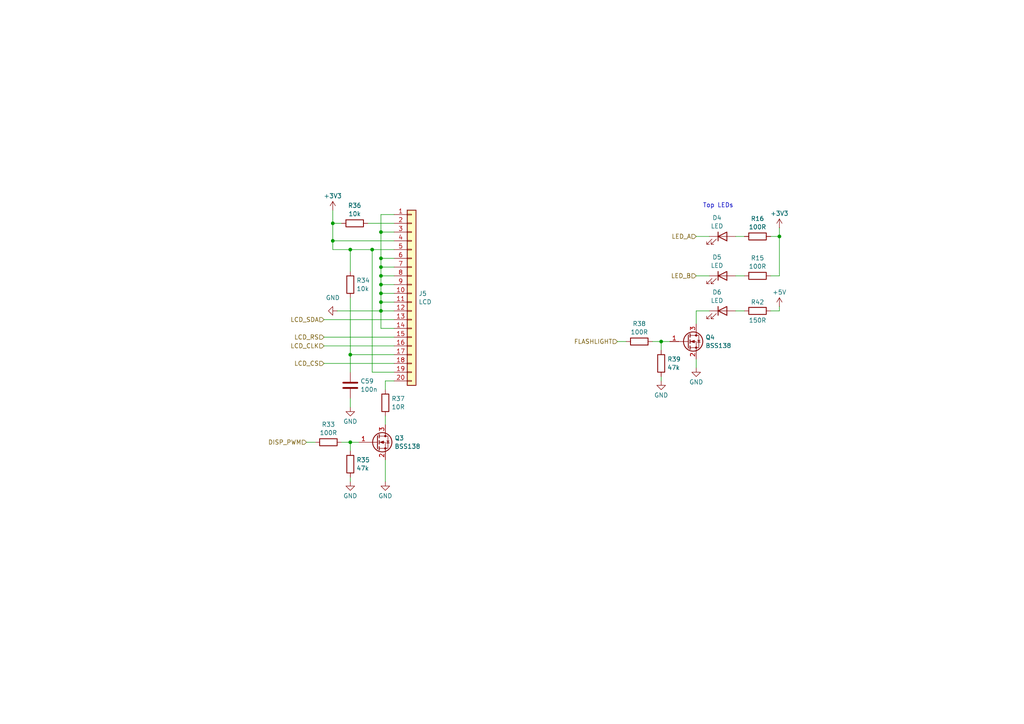
<source format=kicad_sch>
(kicad_sch (version 20250114) (generator "eeschema") (generator_version "9.0")
  (paper "A4")
  (title_block (title "LinHT - Linux-based SDR handheld transceiver") (date "2025-12-03") (rev "B") (company "M17 Foundation") (comment 1 "Author: Wojciech SP5WWP, Andy OE3ANC, Vlastimil OK5VAS"))
  (lib_symbols
    (symbol "Connector_Generic:Conn_01x20" (pin_names (offset 1.016) (hide yes))
      (property "Reference" "J" (at 0 25.4 0))
      (property "Value" "Conn_01x20" (at 0 -27.94 0))
      (symbol "Conn_01x20_1_1"
        (rectangle (start -1.27 24.13) (end 1.27 -26.67) (stroke (width 0.254)) (fill (type background)))
        (rectangle (start -1.27 22.987) (end 0 22.733) (stroke (width 0.1524)))
        (rectangle (start -1.27 20.447) (end 0 20.193) (stroke (width 0.1524)))
        (rectangle (start -1.27 17.907) (end 0 17.653) (stroke (width 0.1524)))
        (rectangle (start -1.27 15.367) (end 0 15.113) (stroke (width 0.1524)))
        (rectangle (start -1.27 12.827) (end 0 12.573) (stroke (width 0.1524)))
        (rectangle (start -1.27 10.287) (end 0 10.033) (stroke (width 0.1524)))
        (rectangle (start -1.27 7.747) (end 0 7.493) (stroke (width 0.1524)))
        (rectangle (start -1.27 5.207) (end 0 4.953) (stroke (width 0.1524)))
        (rectangle (start -1.27 2.667) (end 0 2.413) (stroke (width 0.1524)))
        (rectangle (start -1.27 0.127) (end 0 -0.127) (stroke (width 0.1524)))
        (rectangle (start -1.27 -2.413) (end 0 -2.667) (stroke (width 0.1524)))
        (rectangle (start -1.27 -4.953) (end 0 -5.207) (stroke (width 0.1524)))
        (rectangle (start -1.27 -7.493) (end 0 -7.747) (stroke (width 0.1524)))
        (rectangle (start -1.27 -10.033) (end 0 -10.287) (stroke (width 0.1524)))
        (rectangle (start -1.27 -12.573) (end 0 -12.827) (stroke (width 0.1524)))
        (rectangle (start -1.27 -15.113) (end 0 -15.367) (stroke (width 0.1524)))
        (rectangle (start -1.27 -17.653) (end 0 -17.907) (stroke (width 0.1524)))
        (rectangle (start -1.27 -20.193) (end 0 -20.447) (stroke (width 0.1524)))
        (rectangle (start -1.27 -22.733) (end 0 -22.987) (stroke (width 0.1524)))
        (rectangle (start -1.27 -25.273) (end 0 -25.527) (stroke (width 0.1524)))
        (pin passive line (at -5.08 22.86 0) (length 3.81) (name "Pin_1") (number "1"))
        (pin passive line (at -5.08 20.32 0) (length 3.81) (name "Pin_2") (number "2"))
        (pin passive line (at -5.08 17.78 0) (length 3.81) (name "Pin_3") (number "3"))
        (pin passive line (at -5.08 15.24 0) (length 3.81) (name "Pin_4") (number "4"))
        (pin passive line (at -5.08 12.7 0) (length 3.81) (name "Pin_5") (number "5"))
        (pin passive line (at -5.08 10.16 0) (length 3.81) (name "Pin_6") (number "6"))
        (pin passive line (at -5.08 7.62 0) (length 3.81) (name "Pin_7") (number "7"))
        (pin passive line (at -5.08 5.08 0) (length 3.81) (name "Pin_8") (number "8"))
        (pin passive line (at -5.08 2.54 0) (length 3.81) (name "Pin_9") (number "9"))
        (pin passive line (at -5.08 0 0) (length 3.81) (name "Pin_10") (number "10"))
        (pin passive line (at -5.08 -2.54 0) (length 3.81) (name "Pin_11") (number "11"))
        (pin passive line (at -5.08 -5.08 0) (length 3.81) (name "Pin_12") (number "12"))
        (pin passive line (at -5.08 -7.62 0) (length 3.81) (name "Pin_13") (number "13"))
        (pin passive line (at -5.08 -10.16 0) (length 3.81) (name "Pin_14") (number "14"))
        (pin passive line (at -5.08 -12.7 0) (length 3.81) (name "Pin_15") (number "15"))
        (pin passive line (at -5.08 -15.24 0) (length 3.81) (name "Pin_16") (number "16"))
        (pin passive line (at -5.08 -17.78 0) (length 3.81) (name "Pin_17") (number "17"))
        (pin passive line (at -5.08 -20.32 0) (length 3.81) (name "Pin_18") (number "18"))
        (pin passive line (at -5.08 -22.86 0) (length 3.81) (name "Pin_19") (number "19"))
        (pin passive line (at -5.08 -25.4 0) (length 3.81) (name "Pin_20") (number "20"))
      )
    )
    (symbol "Device:C" (pin_numbers (hide yes)) (pin_names (offset 0.254))
      (property "Reference" "C" (at 0.635 2.54 0))
      (property "Value" "C" (at 0.635 -2.54 0))
      (symbol "C_0_1"
        (polyline (pts (xy -2.032 0.762) (xy 2.032 0.762)) (stroke (width 0.508)))
        (polyline (pts (xy -2.032 -0.762) (xy 2.032 -0.762)) (stroke (width 0.508)))
      )
      (symbol "C_1_1"
        (pin passive line (at 0 3.81 270) (length 2.794) (name "~") (number "1"))
        (pin passive line (at 0 -3.81 90) (length 2.794) (name "~") (number "2"))
      )
    )
    (symbol "Device:LED" (pin_numbers (hide yes)) (pin_names (offset 1.016) (hide yes))
      (property "Reference" "D" (at 0 2.54 0))
      (property "Value" "LED" (at 0 -2.54 0))
      (symbol "LED_0_1"
        (polyline (pts (xy -3.048 -0.762) (xy -4.572 -2.286) (xy -3.81 -2.286) (xy -4.572 -2.286) (xy -4.572 -1.524)))
        (polyline (pts (xy -1.778 -0.762) (xy -3.302 -2.286) (xy -2.54 -2.286) (xy -3.302 -2.286) (xy -3.302 -1.524)))
        (polyline (pts (xy -1.27 0) (xy 1.27 0)))
        (polyline (pts (xy -1.27 -1.27) (xy -1.27 1.27)) (stroke (width 0.254)))
        (polyline (pts (xy 1.27 -1.27) (xy 1.27 1.27) (xy -1.27 0) (xy 1.27 -1.27)) (stroke (width 0.254)))
      )
      (symbol "LED_1_1"
        (pin passive line (at -3.81 0 0) (length 2.54) (name "K") (number "1"))
        (pin passive line (at 3.81 0 180) (length 2.54) (name "A") (number "2"))
      )
    )
    (symbol "Device:R" (pin_numbers (hide yes)) (pin_names (offset 0))
      (property "Reference" "R" (at 2.032 0 90))
      (property "Value" "R" (at 0 0 90))
      (symbol "R_0_1"
        (rectangle (start -1.016 -2.54) (end 1.016 2.54) (stroke (width 0.254)))
      )
      (symbol "R_1_1"
        (pin passive line (at 0 3.81 270) (length 1.27) (name "~") (number "1"))
        (pin passive line (at 0 -3.81 90) (length 1.27) (name "~") (number "2"))
      )
    )
    (symbol "Transistor_FET:BSS138" (pin_names (offset 0) (hide yes))
      (property "Reference" "Q" (at 5.08 1.905 0))
      (property "Value" "BSS138" (at 5.08 0 0))
      (symbol "BSS138_0_1"
        (polyline (pts (xy 0.254 1.905) (xy 0.254 -1.905)) (stroke (width 0.254)))
        (polyline (pts (xy 0.254 0) (xy -2.54 0)))
        (polyline (pts (xy 0.762 2.286) (xy 0.762 1.27)) (stroke (width 0.254)))
        (polyline (pts (xy 0.762 0.508) (xy 0.762 -0.508)) (stroke (width 0.254)))
        (polyline (pts (xy 0.762 -1.27) (xy 0.762 -2.286)) (stroke (width 0.254)))
        (polyline (pts (xy 0.762 -1.778) (xy 3.302 -1.778) (xy 3.302 1.778) (xy 0.762 1.778)))
        (polyline (pts (xy 1.016 0) (xy 2.032 0.381) (xy 2.032 -0.381) (xy 1.016 0)) (fill (type outline)))
        (circle (center 1.651 0) (radius 2.794) (stroke (width 0.254)))
        (polyline (pts (xy 2.54 2.54) (xy 2.54 1.778)))
        (circle (center 2.54 1.778) (radius 0.254) (fill (type outline)))
        (circle (center 2.54 -1.778) (radius 0.254) (fill (type outline)))
        (polyline (pts (xy 2.54 -2.54) (xy 2.54 0) (xy 0.762 0)))
        (polyline (pts (xy 2.921 0.381) (xy 3.683 0.381)))
        (polyline (pts (xy 3.302 0.381) (xy 2.921 -0.254) (xy 3.683 -0.254) (xy 3.302 0.381)))
      )
      (symbol "BSS138_1_1"
        (pin input line (at -5.08 0 0) (length 2.54) (name "G") (number "1"))
        (pin passive line (at 2.54 5.08 270) (length 2.54) (name "D") (number "3"))
        (pin passive line (at 2.54 -5.08 90) (length 2.54) (name "S") (number "2"))
      )
    )
    (symbol "power:+3V3" (power) (pin_numbers (hide yes)) (pin_names (offset 0) (hide yes))
      (property "Value" "+3V3" (at 0 3.556 0))
      (symbol "+3V3_0_1"
        (polyline (pts (xy -0.762 1.27) (xy 0 2.54)))
        (polyline (pts (xy 0 2.54) (xy 0.762 1.27)))
        (polyline (pts (xy 0 0) (xy 0 2.54)))
      )
      (symbol "+3V3_1_1"
        (pin power_in line (at 0 0 90) (length 0) (name "~") (number "1"))
      )
    )
    (symbol "power:+5V" (power) (pin_numbers (hide yes)) (pin_names (offset 0) (hide yes))
      (property "Value" "+5V" (at 0 3.556 0))
      (symbol "+5V_0_1"
        (polyline (pts (xy -0.762 1.27) (xy 0 2.54)))
        (polyline (pts (xy 0 2.54) (xy 0.762 1.27)))
        (polyline (pts (xy 0 0) (xy 0 2.54)))
      )
      (symbol "+5V_1_1"
        (pin power_in line (at 0 0 90) (length 0) (name "~") (number "1"))
      )
    )
    (symbol "power:GND" (power) (pin_numbers (hide yes)) (pin_names (offset 0) (hide yes))
      (property "Value" "GND" (at 0 -3.81 0))
      (symbol "GND_0_1"
        (polyline (pts (xy 0 0) (xy 0 -1.27) (xy 1.27 -1.27) (xy 0 -2.54) (xy -1.27 -1.27) (xy 0 -1.27)))
      )
      (symbol "GND_1_1"
        (pin power_in line (at 0 0 270) (length 0) (name "~") (number "1"))
      )
    )
  )
  (text "Top LEDs" (at 208.28 59.69 0) (effects (font (size 1.27 1.27))))
  (junction (at 110.49 90.17))
  (junction (at 96.52 69.85))
  (junction (at 101.6 72.39))
  (junction (at 110.49 67.31))
  (junction (at 110.49 74.93))
  (junction (at 110.49 77.47))
  (junction (at 226.06 68.58))
  (junction (at 110.49 80.01))
  (junction (at 107.95 72.39))
  (junction (at 191.77 99.06))
  (junction (at 101.6 102.87))
  (junction (at 110.49 82.55))
  (junction (at 96.52 64.77))
  (junction (at 110.49 85.09))
  (junction (at 110.49 87.63))
  (junction (at 101.6 128.27))
  (wire (pts (xy 114.3 102.87) (xy 101.6 102.87)))
  (wire (pts (xy 93.98 97.79) (xy 114.3 97.79)))
  (wire (pts (xy 110.49 80.01) (xy 114.3 80.01)))
  (wire (pts (xy 110.49 95.25) (xy 110.49 90.17)))
  (wire (pts (xy 114.3 69.85) (xy 96.52 69.85)))
  (wire (pts (xy 114.3 90.17) (xy 110.49 90.17)))
  (wire (pts (xy 189.23 99.06) (xy 191.77 99.06)))
  (wire (pts (xy 110.49 85.09) (xy 114.3 85.09)))
  (wire (pts (xy 201.93 104.14) (xy 201.93 106.68)))
  (wire (pts (xy 213.36 68.58) (xy 215.9 68.58)))
  (wire (pts (xy 110.49 87.63) (xy 110.49 90.17)))
  (wire (pts (xy 191.77 99.06) (xy 194.31 99.06)))
  (wire (pts (xy 107.95 107.95) (xy 107.95 72.39)))
  (wire (pts (xy 110.49 77.47) (xy 114.3 77.47)))
  (wire (pts (xy 110.49 77.47) (xy 110.49 80.01)))
  (wire (pts (xy 93.98 105.41) (xy 114.3 105.41)))
  (wire (pts (xy 201.93 80.01) (xy 205.74 80.01)))
  (wire (pts (xy 201.93 68.58) (xy 205.74 68.58)))
  (wire (pts (xy 110.49 87.63) (xy 114.3 87.63)))
  (wire (pts (xy 110.49 67.31) (xy 114.3 67.31)))
  (wire (pts (xy 101.6 72.39) (xy 96.52 72.39)))
  (wire (pts (xy 226.06 88.9) (xy 226.06 90.17)))
  (wire (pts (xy 223.52 68.58) (xy 226.06 68.58)))
  (wire (pts (xy 110.49 80.01) (xy 110.49 82.55)))
  (wire (pts (xy 110.49 62.23) (xy 114.3 62.23)))
  (wire (pts (xy 205.74 90.17) (xy 201.93 90.17)))
  (wire (pts (xy 101.6 72.39) (xy 101.6 78.74)))
  (wire (pts (xy 99.06 128.27) (xy 101.6 128.27)))
  (wire (pts (xy 201.93 90.17) (xy 201.93 93.98)))
  (wire (pts (xy 191.77 110.49) (xy 191.77 109.22)))
  (wire (pts (xy 223.52 90.17) (xy 226.06 90.17)))
  (wire (pts (xy 101.6 115.57) (xy 101.6 118.11)))
  (wire (pts (xy 101.6 128.27) (xy 104.14 128.27)))
  (wire (pts (xy 110.49 82.55) (xy 110.49 85.09)))
  (wire (pts (xy 179.07 99.06) (xy 181.61 99.06)))
  (wire (pts (xy 107.95 72.39) (xy 101.6 72.39)))
  (wire (pts (xy 96.52 60.96) (xy 96.52 64.77)))
  (wire (pts (xy 96.52 64.77) (xy 99.06 64.77)))
  (wire (pts (xy 226.06 80.01) (xy 226.06 68.58)))
  (wire (pts (xy 110.49 74.93) (xy 110.49 77.47)))
  (wire (pts (xy 101.6 102.87) (xy 101.6 86.36)))
  (wire (pts (xy 93.98 92.71) (xy 114.3 92.71)))
  (wire (pts (xy 110.49 74.93) (xy 114.3 74.93)))
  (wire (pts (xy 114.3 95.25) (xy 110.49 95.25)))
  (wire (pts (xy 97.79 90.17) (xy 110.49 90.17)))
  (wire (pts (xy 110.49 85.09) (xy 110.49 87.63)))
  (wire (pts (xy 110.49 67.31) (xy 110.49 74.93)))
  (wire (pts (xy 111.76 133.35) (xy 111.76 139.7)))
  (wire (pts (xy 111.76 110.49) (xy 111.76 113.03)))
  (wire (pts (xy 93.98 100.33) (xy 114.3 100.33)))
  (wire (pts (xy 213.36 90.17) (xy 215.9 90.17)))
  (wire (pts (xy 88.9 128.27) (xy 91.44 128.27)))
  (wire (pts (xy 101.6 102.87) (xy 101.6 107.95)))
  (wire (pts (xy 191.77 99.06) (xy 191.77 101.6)))
  (wire (pts (xy 226.06 68.58) (xy 226.06 66.04)))
  (wire (pts (xy 114.3 72.39) (xy 107.95 72.39)))
  (wire (pts (xy 110.49 82.55) (xy 114.3 82.55)))
  (wire (pts (xy 114.3 107.95) (xy 107.95 107.95)))
  (wire (pts (xy 101.6 139.7) (xy 101.6 138.43)))
  (wire (pts (xy 110.49 62.23) (xy 110.49 67.31)))
  (wire (pts (xy 111.76 120.65) (xy 111.76 123.19)))
  (wire (pts (xy 213.36 80.01) (xy 215.9 80.01)))
  (wire (pts (xy 114.3 110.49) (xy 111.76 110.49)))
  (wire (pts (xy 223.52 80.01) (xy 226.06 80.01)))
  (wire (pts (xy 96.52 69.85) (xy 96.52 64.77)))
  (wire (pts (xy 101.6 128.27) (xy 101.6 130.81)))
  (wire (pts (xy 106.68 64.77) (xy 114.3 64.77)))
  (wire (pts (xy 96.52 72.39) (xy 96.52 69.85)))
  (hierarchical_label "LCD_CS" (shape input) (at 93.98 105.41 180))
  (hierarchical_label "LED_B" (shape input) (at 201.93 80.01 180))
  (hierarchical_label "LCD_CLK" (shape input) (at 93.98 100.33 180))
  (hierarchical_label "DISP_PWM" (shape input) (at 88.9 128.27 180))
  (hierarchical_label "LED_A" (shape input) (at 201.93 68.58 180))
  (hierarchical_label "FLASHLIGHT" (shape input) (at 179.07 99.06 180))
  (hierarchical_label "LCD_SDA" (shape input) (at 93.98 92.71 180))
  (hierarchical_label "LCD_RS" (shape input) (at 93.98 97.79 180))
  (symbol (lib_id "power:GND") (at 201.93 106.68 0) (unit 1)
    (property "Reference" "#PWR088" (effects (hide yes)))
    (property "Value" "GND" (at 201.93 110.8131 0))
    (property "Description" "Power symbol creates a global label with name \"GND\" , ground" (effects (hide yes)))
  )
  (symbol (lib_id "power:+3V3") (at 226.06 66.04 0) (unit 1)
    (property "Reference" "#PWR034" (effects (hide yes)))
    (property "Value" "+3V3" (at 226.06 61.9069 0))
    (property "Description" "Power symbol creates a global label with name \"+3V3\"" (effects (hide yes)))
  )
  (symbol (lib_id "Device:R") (at 101.6 82.55 180) (unit 1)
    (property "Reference" "R34" (at 103.378 81.3378 0) (effects (justify right)))
    (property "Value" "10k" (at 103.378 83.7621 0) (effects (justify right)))
    (property "Footprint" "Resistor_SMD:R_0402_1005Metric" (effects (hide yes)))
    (property "Description" "Resistor" (effects (hide yes)))
    (property "LCSC" "C25744" (effects (hide yes)))
    (property "MPN" "0402WGF1002TCE" (effects (hide yes)))
  )
  (symbol (lib_id "power:GND") (at 101.6 139.7 0) (unit 1)
    (property "Reference" "#PWR084" (effects (hide yes)))
    (property "Value" "GND" (at 101.6 143.8331 0))
    (property "Description" "Power symbol creates a global label with name \"GND\" , ground" (effects (hide yes)))
  )
  (symbol (lib_id "power:GND") (at 101.6 118.11 0) (unit 1)
    (property "Reference" "#PWR083" (effects (hide yes)))
    (property "Value" "GND" (at 101.6 122.2431 0))
    (property "Description" "Power symbol creates a global label with name \"GND\" , ground" (effects (hide yes)))
  )
  (symbol (lib_id "Transistor_FET:BSS138") (at 109.22 128.27 0) (unit 1)
    (property "Reference" "Q3" (at 114.427 127.0578 0) (effects (justify left)))
    (property "Value" "BSS138" (at 114.427 129.4821 0) (effects (justify left)))
    (property "Footprint" "Package_TO_SOT_SMD:SOT-23" (effects (hide yes)))
    (property "Datasheet" "https://www.onsemi.com/pub/Collateral/BSS138-D.PDF" (effects (hide yes)))
    (property "Description" "50V Vds, 0.22A Id, N-Channel MOSFET, SOT-23" (effects (hide yes)))
    (property "LCSC" "C40912" (effects (hide yes)))
    (property "MPN" "BSS138-7-F" (effects (hide yes)))
    (property "PN" "621-BSS138-7-F" (effects (hide yes)))
  )
  (symbol (lib_id "Device:LED") (at 209.55 90.17 0) (unit 1) (in_bom no)
    (property "Reference" "D6" (at 207.9625 84.7555 0))
    (property "Value" "LED" (at 207.9625 87.1798 0))
    (property "Footprint" "LED_THT:LED_Rectangular_W3.0mm_H2.0mm" (effects (hide yes)))
    (property "Description" "Light emitting diode" (effects (hide yes)))
    (property "Sim.Pins" "1=K 2=A" (effects (hide yes)))
  )
  (symbol (lib_id "Connector_Generic:Conn_01x20") (at 119.38 85.09 0) (unit 1) (in_bom no)
    (property "Reference" "J5" (at 121.412 85.1478 0) (effects (justify left)))
    (property "Value" "LCD" (at 121.412 87.5721 0) (effects (justify left)))
    (property "Footprint" "parts:Connector_FFC_01x20_P0.75mm" (effects (hide yes)))
    (property "Description" "Generic connector, single row, 01x20, script generated (kicad-library-utils/schlib/autogen/connector/)" (effects (hide yes)))
  )
  (symbol (lib_id "Device:R") (at 101.6 134.62 0) (unit 1)
    (property "Reference" "R35" (at 103.378 133.4078 0) (effects (justify left)))
    (property "Value" "47k" (at 103.378 135.8321 0) (effects (justify left)))
    (property "Footprint" "Resistor_SMD:R_0402_1005Metric" (effects (hide yes)))
    (property "Description" "Resistor" (effects (hide yes)))
    (property "LCSC" "C25792" (effects (hide yes)))
    (property "MPN" "0402WGF4702TCE" (effects (hide yes)))
  )
  (symbol (lib_id "Device:C") (at 101.6 111.76 0) (unit 1)
    (property "Reference" "C59" (at 104.521 110.5478 0) (effects (justify left)))
    (property "Value" "100n" (at 104.521 112.9721 0) (effects (justify left)))
    (property "Footprint" "Capacitor_SMD:C_0402_1005Metric" (effects (hide yes)))
    (property "Description" "Unpolarized capacitor" (effects (hide yes)))
    (property "LCSC" "C1525" (effects (hide yes)))
    (property "MPN" "CL05B104KO5NNNC" (effects (hide yes)))
    (property "PN" "187-CL05B104KO5NNNC" (effects (hide yes)))
  )
  (symbol (lib_id "power:GND") (at 111.76 139.7 0) (unit 1)
    (property "Reference" "#PWR086" (effects (hide yes)))
    (property "Value" "GND" (at 111.76 143.8331 0))
    (property "Description" "Power symbol creates a global label with name \"GND\" , ground" (effects (hide yes)))
  )
  (symbol (lib_id "Device:R") (at 219.71 68.58 90) (unit 1)
    (property "Reference" "R16" (at 219.71 63.4195 90))
    (property "Value" "100R" (at 219.71 65.8438 90))
    (property "Footprint" "Resistor_SMD:R_0402_1005Metric" (effects (hide yes)))
    (property "Description" "Resistor" (effects (hide yes)))
    (property "LCSC" "C25076" (effects (hide yes)))
    (property "MPN" "0402WGF1000TCE" (effects (hide yes)))
  )
  (symbol (lib_id "Device:R") (at 185.42 99.06 90) (unit 1)
    (property "Reference" "R38" (at 185.42 93.8995 90))
    (property "Value" "100R" (at 185.42 96.3238 90))
    (property "Footprint" "Resistor_SMD:R_0402_1005Metric" (effects (hide yes)))
    (property "Description" "Resistor" (effects (hide yes)))
    (property "LCSC" "C25076" (effects (hide yes)))
    (property "MPN" "0402WGF1000TCE" (effects (hide yes)))
  )
  (symbol (lib_id "Transistor_FET:BSS138") (at 199.39 99.06 0) (unit 1)
    (property "Reference" "Q4" (at 204.597 97.8478 0) (effects (justify left)))
    (property "Value" "BSS138" (at 204.597 100.2721 0) (effects (justify left)))
    (property "Footprint" "Package_TO_SOT_SMD:SOT-23" (effects (hide yes)))
    (property "Datasheet" "https://www.onsemi.com/pub/Collateral/BSS138-D.PDF" (effects (hide yes)))
    (property "Description" "50V Vds, 0.22A Id, N-Channel MOSFET, SOT-23" (effects (hide yes)))
    (property "LCSC" "C40912" (effects (hide yes)))
    (property "MPN" "BSS138-7-F" (effects (hide yes)))
    (property "PN" "621-BSS138-7-F" (effects (hide yes)))
  )
  (symbol (lib_id "Device:R") (at 111.76 116.84 180) (unit 1)
    (property "Reference" "R37" (at 113.538 115.6278 0) (effects (justify right)))
    (property "Value" "10R" (at 113.538 118.0521 0) (effects (justify right)))
    (property "Footprint" "Resistor_SMD:R_0402_1005Metric" (effects (hide yes)))
    (property "Description" "Resistor" (effects (hide yes)))
    (property "LCSC" "C25077" (effects (hide yes)))
    (property "MPN" "0402WGF100JTCE" (effects (hide yes)))
  )
  (symbol (lib_id "Device:R") (at 219.71 80.01 90) (unit 1)
    (property "Reference" "R15" (at 219.71 74.8495 90))
    (property "Value" "100R" (at 219.71 77.2738 90))
    (property "Footprint" "Resistor_SMD:R_0402_1005Metric" (effects (hide yes)))
    (property "Description" "Resistor" (effects (hide yes)))
    (property "LCSC" "C25076" (effects (hide yes)))
    (property "MPN" "0402WGF1000TCE" (effects (hide yes)))
  )
  (symbol (lib_id "Device:LED") (at 209.55 68.58 0) (unit 1)
    (property "Reference" "D4" (at 207.9625 63.1655 0))
    (property "Value" "LED" (at 207.9625 65.5898 0))
    (property "Footprint" "LED_SMD:LED_0402_1005Metric" (effects (hide yes)))
    (property "Description" "Light emitting diode" (effects (hide yes)))
    (property "Sim.Pins" "1=K 2=A" (effects (hide yes)))
    (property "LCSC" "C25503345" (effects (hide yes)))
    (property "MPN" "XL-1005SURC" (effects (hide yes)))
  )
  (symbol (lib_id "power:+3V3") (at 96.52 60.96 0) (unit 1)
    (property "Reference" "#PWR082" (effects (hide yes)))
    (property "Value" "+3V3" (at 96.52 56.8269 0))
    (property "Description" "Power symbol creates a global label with name \"+3V3\"" (effects (hide yes)))
  )
  (symbol (lib_id "Device:LED") (at 209.55 80.01 0) (unit 1)
    (property "Reference" "D5" (at 207.9625 74.5955 0))
    (property "Value" "LED" (at 207.9625 77.0198 0))
    (property "Footprint" "LED_SMD:LED_0402_1005Metric" (effects (hide yes)))
    (property "Description" "Light emitting diode" (effects (hide yes)))
    (property "Sim.Pins" "1=K 2=A" (effects (hide yes)))
    (property "LCSC" "C965793" (effects (hide yes)))
    (property "MPN" "XL-1005UGC" (effects (hide yes)))
  )
  (symbol (lib_id "power:GND") (at 191.77 110.49 0) (unit 1)
    (property "Reference" "#PWR087" (effects (hide yes)))
    (property "Value" "GND" (at 191.77 114.6231 0))
    (property "Description" "Power symbol creates a global label with name \"GND\" , ground" (effects (hide yes)))
  )
  (symbol (lib_id "power:GND") (at 97.79 90.17 270) (unit 1)
    (property "Reference" "#PWR085" (effects (hide yes)))
    (property "Value" "GND" (at 96.52 86.36 90))
    (property "Description" "Power symbol creates a global label with name \"GND\" , ground" (effects (hide yes)))
  )
  (symbol (lib_id "Device:R") (at 191.77 105.41 0) (unit 1)
    (property "Reference" "R39" (at 193.548 104.1978 0) (effects (justify left)))
    (property "Value" "47k" (at 193.548 106.6221 0) (effects (justify left)))
    (property "Footprint" "Resistor_SMD:R_0402_1005Metric" (effects (hide yes)))
    (property "Description" "Resistor" (effects (hide yes)))
    (property "LCSC" "C25792" (effects (hide yes)))
    (property "MPN" "0402WGF4702TCE" (effects (hide yes)))
  )
  (symbol (lib_id "Device:R") (at 219.71 90.17 90) (mirror x) (unit 1)
    (property "Reference" "R42" (at 219.71 87.63 90))
    (property "Value" "150R" (at 219.71 92.9062 90))
    (property "Footprint" "Resistor_SMD:R_0402_1005Metric" (effects (hide yes)))
    (property "Description" "Resistor" (effects (hide yes)))
    (property "LCSC" "C25082" (effects (hide yes)))
    (property "MPN" "0402WGF1500TCE" (effects (hide yes)))
  )
  (symbol (lib_id "Device:R") (at 102.87 64.77 90) (unit 1)
    (property "Reference" "R36" (at 102.87 59.6095 90))
    (property "Value" "10k" (at 102.87 62.0338 90))
    (property "Footprint" "Resistor_SMD:R_0402_1005Metric" (effects (hide yes)))
    (property "Description" "Resistor" (effects (hide yes)))
    (property "LCSC" "C25744" (effects (hide yes)))
    (property "MPN" "0402WGF1002TCE" (effects (hide yes)))
  )
  (symbol (lib_id "Device:R") (at 95.25 128.27 90) (unit 1)
    (property "Reference" "R33" (at 95.25 123.1095 90))
    (property "Value" "100R" (at 95.25 125.5338 90))
    (property "Footprint" "Resistor_SMD:R_0402_1005Metric" (effects (hide yes)))
    (property "Description" "Resistor" (effects (hide yes)))
    (property "LCSC" "C25076" (effects (hide yes)))
    (property "MPN" "0402WGF1000TCE" (effects (hide yes)))
  )
  (symbol (lib_id "power:+5V") (at 226.06 88.9 0) (unit 1)
    (property "Reference" "#PWR089" (effects (hide yes)))
    (property "Value" "+5V" (at 226.06 84.7669 0))
    (property "Description" "Power symbol creates a global label with name \"+5V\"" (effects (hide yes)))
  )
)
</source>
